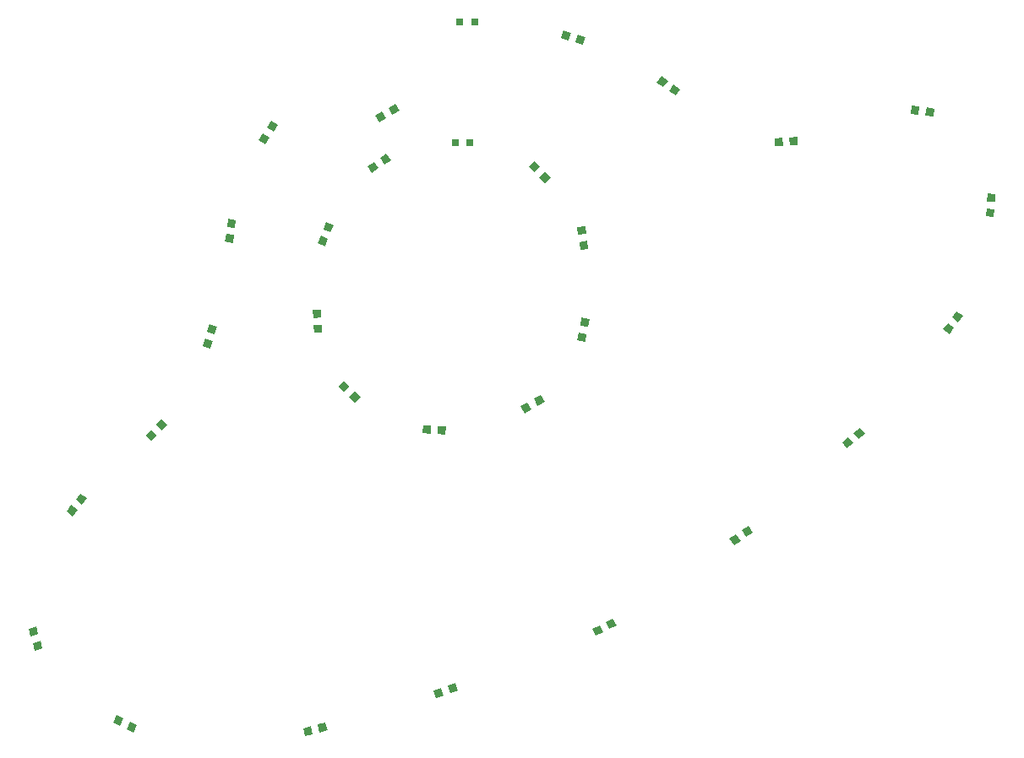
<source format=gbr>
G04 EAGLE Gerber RS-274X export*
G75*
%MOMM*%
%FSLAX34Y34*%
%LPD*%
%INSolderpaste Top*%
%IPPOS*%
%AMOC8*
5,1,8,0,0,1.08239X$1,22.5*%
G01*
%ADD10R,0.800000X0.800000*%
%ADD11R,0.800000X0.800000*%


D10*
X456554Y859546D03*
X441554Y859546D03*
D11*
G36*
X370646Y837542D02*
X366265Y844235D01*
X372958Y848616D01*
X377339Y841923D01*
X370646Y837542D01*
G37*
G36*
X358094Y829328D02*
X353713Y836021D01*
X360406Y840402D01*
X364787Y833709D01*
X358094Y829328D01*
G37*
G36*
X424085Y567041D02*
X424545Y575027D01*
X432531Y574567D01*
X432071Y566581D01*
X424085Y567041D01*
G37*
G36*
X409109Y567905D02*
X409569Y575891D01*
X417555Y575431D01*
X417095Y567445D01*
X409109Y567905D01*
G37*
G36*
X335404Y604537D02*
X340991Y610262D01*
X346716Y604675D01*
X341129Y598950D01*
X335404Y604537D01*
G37*
G36*
X324668Y615013D02*
X330255Y620738D01*
X335980Y615151D01*
X330393Y609426D01*
X324668Y615013D01*
G37*
G36*
X317054Y769464D02*
X309685Y772577D01*
X312798Y779946D01*
X320167Y776833D01*
X317054Y769464D01*
G37*
G36*
X311218Y755646D02*
X303849Y758759D01*
X306962Y766128D01*
X314331Y763015D01*
X311218Y755646D01*
G37*
G36*
X307618Y683976D02*
X299631Y683529D01*
X299184Y691516D01*
X307171Y691963D01*
X307618Y683976D01*
G37*
G36*
X308456Y669000D02*
X300469Y668553D01*
X300022Y676540D01*
X308009Y676987D01*
X308456Y669000D01*
G37*
G36*
X249083Y868872D02*
X255714Y864399D01*
X251241Y857768D01*
X244610Y862241D01*
X249083Y868872D01*
G37*
G36*
X257471Y881308D02*
X264102Y876835D01*
X259629Y870204D01*
X252998Y874677D01*
X257471Y881308D01*
G37*
G36*
X191334Y662774D02*
X198975Y660409D01*
X196610Y652768D01*
X188969Y655133D01*
X191334Y662774D01*
G37*
G36*
X195770Y677104D02*
X203411Y674739D01*
X201046Y667098D01*
X193405Y669463D01*
X195770Y677104D01*
G37*
G36*
X654905Y921674D02*
X650373Y915082D01*
X643781Y919614D01*
X648313Y926206D01*
X654905Y921674D01*
G37*
G36*
X667267Y913178D02*
X662735Y906586D01*
X656143Y911118D01*
X660675Y917710D01*
X667267Y913178D01*
G37*
G36*
X769740Y864280D02*
X770131Y856291D01*
X762142Y855900D01*
X761751Y863889D01*
X769740Y864280D01*
G37*
G36*
X784722Y865012D02*
X785113Y857023D01*
X777124Y856632D01*
X776733Y864621D01*
X784722Y865012D01*
G37*
G36*
X136975Y571631D02*
X142738Y566084D01*
X137191Y560321D01*
X131428Y565868D01*
X136975Y571631D01*
G37*
G36*
X147377Y582439D02*
X153140Y576892D01*
X147593Y571129D01*
X141830Y576676D01*
X147377Y582439D01*
G37*
G36*
X67747Y496431D02*
X61453Y501367D01*
X66389Y507661D01*
X72683Y502725D01*
X67747Y496431D01*
G37*
G36*
X58491Y484627D02*
X52197Y489563D01*
X57133Y495857D01*
X63427Y490921D01*
X58491Y484627D01*
G37*
G36*
X524438Y595712D02*
X520354Y602590D01*
X527232Y606674D01*
X531316Y599796D01*
X524438Y595712D01*
G37*
G36*
X511540Y588054D02*
X507456Y594932D01*
X514334Y599016D01*
X518418Y592138D01*
X511540Y588054D01*
G37*
G36*
X574815Y674571D02*
X566955Y676057D01*
X568441Y683917D01*
X576301Y682431D01*
X574815Y674571D01*
G37*
G36*
X572031Y659831D02*
X564171Y661317D01*
X565657Y669177D01*
X573517Y667691D01*
X572031Y659831D01*
G37*
G36*
X18278Y357494D02*
X25951Y359753D01*
X28210Y352080D01*
X20537Y349821D01*
X18278Y357494D01*
G37*
G36*
X14042Y371884D02*
X21715Y374143D01*
X23974Y366470D01*
X16301Y364211D01*
X14042Y371884D01*
G37*
G36*
X112364Y271412D02*
X115846Y278614D01*
X123048Y275132D01*
X119566Y267930D01*
X112364Y271412D01*
G37*
G36*
X98860Y277940D02*
X102342Y285142D01*
X109544Y281660D01*
X106062Y274458D01*
X98860Y277940D01*
G37*
G36*
X526033Y824828D02*
X531660Y830513D01*
X537345Y824886D01*
X531718Y819201D01*
X526033Y824828D01*
G37*
G36*
X515371Y835378D02*
X520998Y841063D01*
X526683Y835436D01*
X521056Y829751D01*
X515371Y835378D01*
G37*
G36*
X566043Y759961D02*
X573968Y761046D01*
X575053Y753121D01*
X567128Y752036D01*
X566043Y759961D01*
G37*
G36*
X564007Y774823D02*
X571932Y775908D01*
X573017Y767983D01*
X565092Y766898D01*
X564007Y774823D01*
G37*
G36*
X378807Y887540D02*
X374710Y894411D01*
X381581Y898508D01*
X385678Y891637D01*
X378807Y887540D01*
G37*
G36*
X365923Y879860D02*
X361826Y886731D01*
X368697Y890828D01*
X372794Y883957D01*
X365923Y879860D01*
G37*
D10*
X461516Y980756D03*
X446516Y980756D03*
D11*
G36*
X733628Y463854D02*
X729224Y470532D01*
X735902Y474936D01*
X740306Y468258D01*
X733628Y463854D01*
G37*
G36*
X721106Y455596D02*
X716702Y462274D01*
X723380Y466678D01*
X727784Y460000D01*
X721106Y455596D01*
G37*
G36*
X596265Y371441D02*
X592683Y378593D01*
X599835Y382175D01*
X603417Y375023D01*
X596265Y371441D01*
G37*
G36*
X582853Y364725D02*
X579271Y371877D01*
X586423Y375459D01*
X590005Y368307D01*
X582853Y364725D01*
G37*
G36*
X427628Y312855D02*
X430220Y305287D01*
X422652Y302695D01*
X420060Y310263D01*
X427628Y312855D01*
G37*
G36*
X441820Y317713D02*
X444412Y310145D01*
X436844Y307553D01*
X434252Y315121D01*
X441820Y317713D01*
G37*
G36*
X297190Y274092D02*
X299166Y266340D01*
X291414Y264364D01*
X289438Y272116D01*
X297190Y274092D01*
G37*
G36*
X311726Y277796D02*
X313702Y270044D01*
X305950Y268068D01*
X303974Y275820D01*
X311726Y277796D01*
G37*
G36*
X945930Y679289D02*
X939508Y684059D01*
X944278Y690481D01*
X950700Y685711D01*
X945930Y679289D01*
G37*
G36*
X936986Y667247D02*
X930564Y672017D01*
X935334Y678439D01*
X941756Y673669D01*
X936986Y667247D01*
G37*
G36*
X846032Y561991D02*
X841052Y568251D01*
X847312Y573231D01*
X852292Y566971D01*
X846032Y561991D01*
G37*
G36*
X834292Y552653D02*
X829312Y558913D01*
X835572Y563893D01*
X840552Y557633D01*
X834292Y552653D01*
G37*
G36*
X907046Y895482D02*
X906112Y887538D01*
X898168Y888472D01*
X899102Y896416D01*
X907046Y895482D01*
G37*
G36*
X921944Y893732D02*
X921010Y885788D01*
X913066Y886722D01*
X914000Y894666D01*
X921944Y893732D01*
G37*
G36*
X982605Y799964D02*
X974623Y800494D01*
X975153Y808476D01*
X983135Y807946D01*
X982605Y799964D01*
G37*
G36*
X981611Y784996D02*
X973629Y785526D01*
X974159Y793508D01*
X982141Y792978D01*
X981611Y784996D01*
G37*
G36*
X221035Y773932D02*
X213112Y775031D01*
X214211Y782954D01*
X222134Y781855D01*
X221035Y773932D01*
G37*
G36*
X218973Y759074D02*
X211050Y760173D01*
X212149Y768096D01*
X220072Y766997D01*
X218973Y759074D01*
G37*
G36*
X557846Y969932D02*
X555481Y962291D01*
X547840Y964656D01*
X550205Y972297D01*
X557846Y969932D01*
G37*
G36*
X572176Y965496D02*
X569811Y957855D01*
X562170Y960220D01*
X564535Y967861D01*
X572176Y965496D01*
G37*
M02*

</source>
